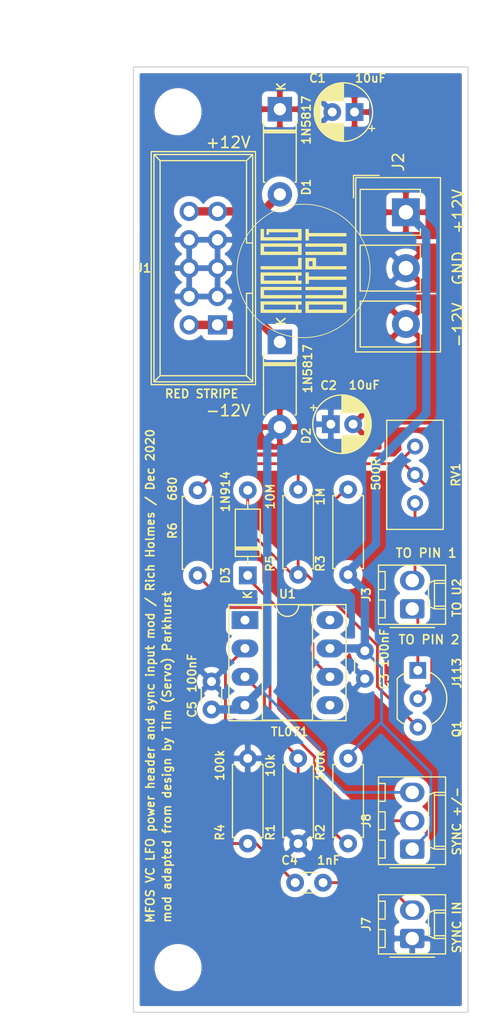
<source format=kicad_pcb>
(kicad_pcb (version 20171130) (host pcbnew 5.1.9-73d0e3b20d~88~ubuntu20.04.1)
  (layers (0 F.Cu signal) (31 B.Cu signal) (34 B.Paste user) (35 F.Paste user) (36 B.SilkS user) (37 F.SilkS user) (38 B.Mask user) (39 F.Mask user) (44 Edge.Cuts user))
  (net 0 "")
  (net 1 GND)
  (net 2 +12V)
  (net 3 -12V)
  (net 4 "Net-(D1-Pad2)")
  (net 5 "Net-(D2-Pad1)")
  (net 6 "Net-(C4-Pad2)")
  (net 7 "Net-(C4-Pad1)")
  (net 8 "Net-(D3-Pad2)")
  (net 9 "Net-(D3-Pad1)")
  (net 10 "Net-(J8-Pad2)")
  (net 11 "Net-(Q1-Pad2)")
  (net 12 "Net-(R1-Pad2)")
  (net 13 "Net-(U1-Pad8)")
  (net 14 "Net-(U1-Pad5)")
  (net 15 "Net-(U1-Pad1)")
  (net 16 /PIN1)
  (net 17 /PIN2)
  (module ao_tht:R_Axial_DIN0207_L6.3mm_D2.5mm_P7.62mm_Horizontal (layer F.Cu) (at 110.52 103.19 90)
    (fp_text reference R5 (at 1 -2.5 90) (layer F.SilkS) (effects (font (size 0.75 0.75))))
    (fp_text value 10M (at 7 -2.5 90) (layer F.SilkS) (effects (font (size 0.75 0.75))))
    (pad 2 thru_hole oval (at 7.62 0 90) (size 1.6 1.6) (drill 0.8) (layers *.Cu *.Mask) (net 11 "Net-(Q1-Pad2)"))
    (pad 1 thru_hole circle (at 0 0 90) (size 1.6 1.6) (drill 0.8) (layers *.Cu *.Mask) (net 8 "Net-(D3-Pad2)"))
  )
  (module ao_tht:R_Axial_DIN0207_L6.3mm_D2.5mm_P7.62mm_Horizontal (layer F.Cu) (at 101.5 95.63 270)
    (fp_text reference R6 (at 3.62 2.25 90) (layer F.SilkS) (effects (font (size 0.75 0.75))))
    (fp_text value 680 (at -0.13 2.25 90) (layer F.SilkS) (effects (font (size 0.75 0.75))))
    (pad 2 thru_hole oval (at 7.62 0 270) (size 1.6 1.6) (drill 0.8) (layers *.Cu *.Mask) (net 10 "Net-(J8-Pad2)"))
    (pad 1 thru_hole circle (at 0 0 270) (size 1.6 1.6) (drill 0.8) (layers *.Cu *.Mask) (net 11 "Net-(Q1-Pad2)"))
  )
  (module ao_tht:Potentiometer_Bourns_3296W_Vertical (layer F.Cu) (at 121 94.25 270)
    (fp_text reference RV1 (at 0 -3.66 90) (layer F.SilkS) (effects (font (size 0.75 0.75))))
    (fp_text value 500R)
    (fp_text user %V (at -0.06 3.5 90) (layer F.SilkS) (effects (font (size 0.75 0.75))))
    (pad 3 thru_hole circle (at -2.54 0 270) (size 1.44 1.44) (drill 0.8) (layers *.Cu *.Mask) (net 11 "Net-(Q1-Pad2)"))
    (pad 2 thru_hole circle (at 0 0 270) (size 1.44 1.44) (drill 0.8) (layers *.Cu *.Mask) (net 11 "Net-(Q1-Pad2)"))
    (pad 1 thru_hole circle (at 2.54 0 270) (size 1.44 1.44) (drill 0.8) (layers *.Cu *.Mask) (net 16 /PIN1))
  )
  (module ao_tht:DIP-8_W7.62mm_Socket_LongPads (layer F.Cu) (at 105.75 107.25)
    (fp_text reference U1 (at 3.81 -2.33) (layer F.SilkS) (effects (font (size 0.75 0.75))))
    (fp_text value TL071)
    (fp_text user %V (at 4 10) (layer F.SilkS) (effects (font (size 0.75 0.75))))
    (pad 8 thru_hole oval (at 7.62 0) (size 2.4 1.6) (drill 0.8) (layers *.Cu *.Mask) (net 13 "Net-(U1-Pad8)"))
    (pad 4 thru_hole oval (at 0 7.62) (size 2.4 1.6) (drill 0.8) (layers *.Cu *.Mask) (net 3 -12V))
    (pad 7 thru_hole oval (at 7.62 2.54) (size 2.4 1.6) (drill 0.8) (layers *.Cu *.Mask) (net 2 +12V))
    (pad 3 thru_hole oval (at 0 5.08) (size 2.4 1.6) (drill 0.8) (layers *.Cu *.Mask) (net 12 "Net-(R1-Pad2)"))
    (pad 6 thru_hole oval (at 7.62 5.08) (size 2.4 1.6) (drill 0.8) (layers *.Cu *.Mask) (net 9 "Net-(D3-Pad1)"))
    (pad 2 thru_hole oval (at 0 2.54) (size 2.4 1.6) (drill 0.8) (layers *.Cu *.Mask) (net 7 "Net-(C4-Pad1)"))
    (pad 5 thru_hole oval (at 7.62 7.62) (size 2.4 1.6) (drill 0.8) (layers *.Cu *.Mask) (net 14 "Net-(U1-Pad5)"))
    (pad 1 thru_hole rect (at 0 0) (size 2.4 1.6) (drill 0.8) (layers *.Cu *.Mask) (net 15 "Net-(U1-Pad1)"))
  )
  (module MountingHole:MountingHole_3.2mm_M3 (layer F.Cu) (at 99.75 138.35)
    (fp_text reference REF** hide)
    (fp_text value MountingHole_3.2mm_M3)
    (pad 1 np_thru_hole circle (at 0 0) (size 3.2 3.2) (drill 3.2) (layers *.Cu *.Mask))
  )
  (module ao_tht:C_Disc_D3.0mm_W1.6mm_P2.50mm (layer F.Cu) (at 116.5 112.5 90)
    (fp_text reference C3 (at -0.25 1.75 90) (layer F.SilkS) (effects (font (size 0.75 0.75))))
    (fp_text value 100nF)
    (fp_text user %V (at 2.75 1.75 90) (layer F.SilkS) (effects (font (size 0.75 0.75))))
    (pad 1 thru_hole circle (at 0 0 90) (size 1.6 1.6) (drill 0.8) (layers *.Cu *.Mask) (net 1 GND))
    (pad 2 thru_hole circle (at 2.5 0 90) (size 1.6 1.6) (drill 0.8) (layers *.Cu *.Mask) (net 2 +12V))
  )
  (module ao_tht:Power_Header (layer F.Cu) (at 103.29 80.83 180)
    (fp_text reference J1 (at 6.604 5.08) (layer F.SilkS) (effects (font (size 0.75 0.75))))
    (fp_text value Synth_power_2x5)
    (fp_text user -12V (at -0.96 -7.67 180) (layer F.SilkS))
    (fp_text user +12V (at -0.96 16.33) (layer F.SilkS))
    (pad 10 thru_hole oval (at 2.54 10.16 180) (size 1.7272 1.7272) (drill 1.016) (layers *.Cu *.Mask) (net 4 "Net-(D1-Pad2)"))
    (pad 9 thru_hole oval (at 0 10.16 180) (size 1.7272 1.7272) (drill 1.016) (layers *.Cu *.Mask) (net 4 "Net-(D1-Pad2)"))
    (pad 8 thru_hole oval (at 2.54 7.62 180) (size 1.7272 1.7272) (drill 1.016) (layers *.Cu *.Mask) (net 1 GND))
    (pad 7 thru_hole oval (at 0 7.62 180) (size 1.7272 1.7272) (drill 1.016) (layers *.Cu *.Mask) (net 1 GND))
    (pad 6 thru_hole oval (at 2.54 5.08 180) (size 1.7272 1.7272) (drill 1.016) (layers *.Cu *.Mask) (net 1 GND))
    (pad 5 thru_hole oval (at 0 5.08 180) (size 1.7272 1.7272) (drill 1.016) (layers *.Cu *.Mask) (net 1 GND))
    (pad 4 thru_hole oval (at 2.54 2.54 180) (size 1.7272 1.7272) (drill 1.016) (layers *.Cu *.Mask) (net 1 GND))
    (pad 3 thru_hole oval (at 0 2.54 180) (size 1.7272 1.7272) (drill 1.016) (layers *.Cu *.Mask) (net 1 GND))
    (pad 2 thru_hole oval (at 2.54 0 180) (size 1.7272 1.7272) (drill 1.016) (layers *.Cu *.Mask) (net 5 "Net-(D2-Pad1)"))
    (pad 1 thru_hole rect (at 0 0 180) (size 1.7272 1.7272) (drill 1.016) (layers *.Cu *.Mask) (net 5 "Net-(D2-Pad1)"))
  )
  (module ao_tht:TO-92_Inline_Wide (layer F.Cu) (at 121.25 111.75 270)
    (fp_text reference Q1 (at 5.25 -3.5 90) (layer F.SilkS) (effects (font (size 0.75 0.75))))
    (fp_text value J113)
    (fp_text user %V (at 0.25 -3.5 90) (layer F.SilkS) (effects (font (size 0.75 0.75))))
    (pad 1 thru_hole rect (at 0 0) (size 1.5 1.5) (drill 0.8) (layers *.Cu *.Mask) (net 17 /PIN2))
    (pad 3 thru_hole circle (at 5.08 0) (size 1.5 1.5) (drill 0.8) (layers *.Cu *.Mask) (net 8 "Net-(D3-Pad2)"))
    (pad 2 thru_hole circle (at 2.54 0) (size 1.5 1.5) (drill 0.8) (layers *.Cu *.Mask) (net 11 "Net-(Q1-Pad2)"))
  )
  (module ao_tht:CP_Radial_D5.0mm_P2.00mm (layer F.Cu) (at 113.45 89.72)
    (fp_text reference C2 (at -0.2 -3.47) (layer F.SilkS) (effects (font (size 0.75 0.75))))
    (fp_text value 10uF)
    (fp_text user %V (at 3 -3.5) (layer F.SilkS) (effects (font (size 0.75 0.75))))
    (pad 2 thru_hole circle (at 2 0) (size 1.6 1.6) (drill 0.8) (layers *.Cu *.Mask) (net 3 -12V))
    (pad 1 thru_hole rect (at 0 0) (size 1.6 1.6) (drill 0.8) (layers *.Cu *.Mask) (net 1 GND))
  )
  (module ao_tht:R_Axial_DIN0207_L6.3mm_D2.5mm_P7.62mm_Horizontal (layer F.Cu) (at 110.52 127.25 90)
    (fp_text reference R1 (at 1 -2.5 90) (layer F.SilkS) (effects (font (size 0.75 0.75))))
    (fp_text value 10k (at 7 -2.5 90) (layer F.SilkS) (effects (font (size 0.75 0.75))))
    (pad 2 thru_hole oval (at 7.62 0 90) (size 1.6 1.6) (drill 0.8) (layers *.Cu *.Mask) (net 12 "Net-(R1-Pad2)"))
    (pad 1 thru_hole circle (at 0 0 90) (size 1.6 1.6) (drill 0.8) (layers *.Cu *.Mask) (net 1 GND))
  )
  (module ao_tht:R_Axial_DIN0207_L6.3mm_D2.5mm_P7.62mm_Horizontal (layer F.Cu) (at 115 127.25 90)
    (fp_text reference R2 (at 1 -2.5 90) (layer F.SilkS) (effects (font (size 0.75 0.75))))
    (fp_text value 100k (at 7 -2.5 90) (layer F.SilkS) (effects (font (size 0.75 0.75))))
    (pad 2 thru_hole oval (at 7.62 0 90) (size 1.6 1.6) (drill 0.8) (layers *.Cu *.Mask) (net 2 +12V))
    (pad 1 thru_hole circle (at 0 0 90) (size 1.6 1.6) (drill 0.8) (layers *.Cu *.Mask) (net 12 "Net-(R1-Pad2)"))
  )
  (module MountingHole:MountingHole_3.2mm_M3 (layer F.Cu) (at 99.75 61.75)
    (fp_text reference REF** hide)
    (fp_text value MountingHole_3.2mm_M3)
    (pad 1 np_thru_hole circle (at 0 0) (size 3.2 3.2) (drill 3.2) (layers *.Cu *.Mask))
  )
  (module ao_tht:TerminalBlock_Degson_DG301_1x03_P5.00mm_Vertical (layer F.Cu) (at 120.181 75.75 270)
    (fp_text reference J2 (at -9.5 0.681 90) (layer F.SilkS))
    (fp_text value Screw_Terminal_01x03)
    (pad 3 thru_hole circle (at 5 0 270) (size 2.5 2.5) (drill 1.3) (layers *.Cu *.Mask) (net 3 -12V))
    (pad 2 thru_hole circle (at 0 0 270) (size 2.5 2.5) (drill 1.3) (layers *.Cu *.Mask) (net 1 GND))
    (pad 1 thru_hole rect (at -5 0 270) (size 2.5 2.5) (drill 1.3) (layers *.Cu *.Mask) (net 2 +12V))
  )
  (module ao_tht:D_DO-41_SOD81_P7.62mm_Horizontal (layer F.Cu) (at 108.878 61.526 270)
    (fp_text reference D1 (at 6.974 -2.372 90) (layer F.SilkS) (effects (font (size 0.75 0.75))))
    (fp_text value 1N5817)
    (fp_text user K (at -2.026 -0.122 90) (layer F.SilkS) (effects (font (size 0.75 0.75))))
    (fp_text user %V (at 0.974 -2.372 90) (layer F.SilkS) (effects (font (size 0.75 0.75))))
    (pad 2 thru_hole oval (at 7.62 0 270) (size 2.2 2.2) (drill 1.1) (layers *.Cu *.Mask) (net 4 "Net-(D1-Pad2)"))
    (pad 1 thru_hole rect (at 0 0 270) (size 2.2 2.2) (drill 1.1) (layers *.Cu *.Mask) (net 2 +12V))
  )
  (module ao_tht:D_DO-41_SOD81_P7.62mm_Horizontal (layer F.Cu) (at 108.878 82.354 270)
    (fp_text reference D2 (at 8.396 -2.372 90) (layer F.SilkS) (effects (font (size 0.75 0.75))))
    (fp_text value 1N5817)
    (fp_text user K (at -1.854 -0.122 90) (layer F.SilkS) (effects (font (size 0.75 0.75))))
    (fp_text user %V (at 2.396 -2.5 90) (layer F.SilkS) (effects (font (size 0.75 0.75))))
    (pad 2 thru_hole oval (at 7.62 0 270) (size 2.2 2.2) (drill 1.1) (layers *.Cu *.Mask) (net 3 -12V))
    (pad 1 thru_hole rect (at 0 0 270) (size 2.2 2.2) (drill 1.1) (layers *.Cu *.Mask) (net 5 "Net-(D2-Pad1)"))
  )
  (module ao_tht:R_Axial_DIN0207_L6.3mm_D2.5mm_P7.62mm_Horizontal (layer F.Cu) (at 115 103.19 90)
    (fp_text reference R3 (at 1 -2.5 90) (layer F.SilkS) (effects (font (size 0.75 0.75))))
    (fp_text value 1M (at 7 -2.5 90) (layer F.SilkS) (effects (font (size 0.75 0.75))))
    (pad 2 thru_hole oval (at 7.62 0 90) (size 1.6 1.6) (drill 0.8) (layers *.Cu *.Mask) (net 8 "Net-(D3-Pad2)"))
    (pad 1 thru_hole circle (at 0 0 90) (size 1.6 1.6) (drill 0.8) (layers *.Cu *.Mask) (net 2 +12V))
  )
  (module ao_tht:C_Disc_D3.0mm_W1.6mm_P2.50mm (layer F.Cu) (at 102.75 112.75 270)
    (fp_text reference C5 (at 2.5 1.75 90) (layer F.SilkS) (effects (font (size 0.75 0.75))))
    (fp_text value 100nF)
    (fp_text user %V (at -0.75 1.75 90) (layer F.SilkS) (effects (font (size 0.75 0.75))))
    (pad 2 thru_hole circle (at 2.5 0 270) (size 1.6 1.6) (drill 0.8) (layers *.Cu *.Mask) (net 3 -12V))
    (pad 1 thru_hole circle (at 0 0 270) (size 1.6 1.6) (drill 0.8) (layers *.Cu *.Mask) (net 1 GND))
  )
  (module ao_tht:C_Disc_D3.0mm_W1.6mm_P2.50mm (layer F.Cu) (at 110.25 130.75)
    (fp_text reference C4 (at -0.5 -2) (layer F.SilkS) (effects (font (size 0.75 0.75))))
    (fp_text value 1nF)
    (fp_text user %V (at 3 -2) (layer F.SilkS) (effects (font (size 0.75 0.75))))
    (pad 2 thru_hole circle (at 2.5 0) (size 1.6 1.6) (drill 0.8) (layers *.Cu *.Mask) (net 6 "Net-(C4-Pad2)"))
    (pad 1 thru_hole circle (at 0 0) (size 1.6 1.6) (drill 0.8) (layers *.Cu *.Mask) (net 7 "Net-(C4-Pad1)"))
  )
  (module ao_tht:CP_Radial_D5.0mm_P2.00mm (layer F.Cu) (at 115.577 61.78 180)
    (fp_text reference C1 (at 3.327 3.03) (layer F.SilkS) (effects (font (size 0.75 0.75))))
    (fp_text value 10uF)
    (fp_text user %V (at -1.423 3.03) (layer F.SilkS) (effects (font (size 0.75 0.75))))
    (pad 2 thru_hole circle (at 2 0 180) (size 1.6 1.6) (drill 0.8) (layers *.Cu *.Mask) (net 1 GND))
    (pad 1 thru_hole rect (at 0 0 180) (size 1.6 1.6) (drill 0.8) (layers *.Cu *.Mask) (net 2 +12V))
  )
  (module ao_tht:Molex_KK-254_AE-6410-02A_1x02_P2.54mm_Vertical (layer F.Cu) (at 120.75 106.25 90)
    (fp_text reference J3 (at 1.27 -4.12 90) (layer F.SilkS) (effects (font (size 0.75 0.75))))
    (fp_text value "2 pin Molex header")
    (fp_text user "TO U2" (at 1 4 90) (layer F.SilkS) (effects (font (size 0.75 0.75))))
    (pad 2 thru_hole oval (at 2.54 0 90) (size 1.74 2.2) (drill 1.2) (layers *.Cu *.Mask) (net 16 /PIN1))
    (pad 1 thru_hole roundrect (at 0 0 90) (size 1.74 2.2) (drill 1.2) (layers *.Cu *.Mask) (roundrect_rratio 0.1436775862068966) (net 17 /PIN2))
  )
  (module ao_tht:D_DO-35_SOD27_P7.62mm_Horizontal (layer F.Cu) (at 106 103.25 90)
    (fp_text reference D3 (at 0 -2 90) (layer F.SilkS) (effects (font (size 0.75 0.75))))
    (fp_text value 1N914)
    (fp_text user K (at -1.75 0 90) (layer F.SilkS) (effects (font (size 0.75 0.75))))
    (fp_text user %V (at 7.5 -2 90) (layer F.SilkS) (effects (font (size 0.75 0.75))))
    (pad 2 thru_hole oval (at 7.62 0 90) (size 1.6 1.6) (drill 0.8) (layers *.Cu *.Mask) (net 8 "Net-(D3-Pad2)"))
    (pad 1 thru_hole rect (at 0 0 90) (size 1.6 1.6) (drill 0.8) (layers *.Cu *.Mask) (net 9 "Net-(D3-Pad1)"))
  )
  (module ao_tht:R_Axial_DIN0207_L6.3mm_D2.5mm_P7.62mm_Horizontal (layer F.Cu) (at 106 127.25 90)
    (fp_text reference R4 (at 1 -2.5 90) (layer F.SilkS) (effects (font (size 0.75 0.75))))
    (fp_text value 100k (at 7 -2.5 90) (layer F.SilkS) (effects (font (size 0.75 0.75))))
    (pad 2 thru_hole oval (at 7.62 0 90) (size 1.6 1.6) (drill 0.8) (layers *.Cu *.Mask) (net 1 GND))
    (pad 1 thru_hole circle (at 0 0 90) (size 1.6 1.6) (drill 0.8) (layers *.Cu *.Mask) (net 7 "Net-(C4-Pad1)"))
  )
  (module ao_tht:analogoutput_12mm (layer F.Cu) (at 111 76 90)
    (fp_text reference G*** hide)
    (fp_text value LOGO hide)
  )
  (module ao_tht:Molex_KK-254_AE-6410-02A_1x02_P2.54mm_Vertical (layer F.Cu) (at 120.75 135.75 90)
    (fp_text reference J7 (at 1.27 -4.12 90) (layer F.SilkS) (effects (font (size 0.75 0.75))))
    (fp_text value "2 pin Molex header")
    (fp_text user "SYNC IN" (at 1 4 90) (layer F.SilkS) (effects (font (size 0.75 0.75))))
    (pad 2 thru_hole oval (at 2.54 0 90) (size 1.74 2.2) (drill 1.2) (layers *.Cu *.Mask) (net 6 "Net-(C4-Pad2)"))
    (pad 1 thru_hole roundrect (at 0 0 90) (size 1.74 2.2) (drill 1.2) (layers *.Cu *.Mask) (roundrect_rratio 0.1436775862068966) (net 1 GND))
  )
  (module ao_tht:Molex_KK-254_AE-6410-03A_1x03_P2.54mm_Vertical (layer F.Cu) (at 120.75 127.75 90)
    (fp_text reference J8 (at 2.54 -4.12 90) (layer F.SilkS) (effects (font (size 0.75 0.75))))
    (fp_text value "3 pin Molex header")
    (fp_text user "SYNC +/-" (at 2.5 4 90) (layer F.SilkS) (effects (font (size 0.75 0.75))))
    (pad 3 thru_hole oval (at 5.08 0 90) (size 1.74 2.2) (drill 1.2) (layers *.Cu *.Mask) (net 3 -12V))
    (pad 2 thru_hole oval (at 2.54 0 90) (size 1.74 2.2) (drill 1.2) (layers *.Cu *.Mask) (net 10 "Net-(J8-Pad2)"))
    (pad 1 thru_hole roundrect (at 0 0 90) (size 1.74 2.2) (drill 1.2) (layers *.Cu *.Mask) (roundrect_rratio 0.1436775862068966) (net 2 +12V))
  )
  (gr_line (start 95.75 142.35) (end 95.75 57.75) (layer Edge.Cuts) (width 0.1))
  (gr_line (start 125.75 142.35) (end 95.75 142.35) (layer Edge.Cuts) (width 0.1))
  (gr_line (start 125.75 57.75) (end 125.75 142.35) (layer Edge.Cuts) (width 0.1))
  (gr_line (start 95.75 57.75) (end 125.75 57.75) (layer Edge.Cuts) (width 0.1))
  (gr_text "mod adapted from design by Tim (Servo) Parkhurst" (at 98.75 119.5 90) (layer F.SilkS) (effects (font (size 0.75 0.75))))
  (gr_text "MFOS VC LFO power header and sync input mod / Rich Holmes / Dec 2020" (at 97.25 112.25 90) (layer F.SilkS) (effects (font (size 0.75 0.75))))
  (gr_text "TO PIN 1" (at 122 101.25) (layer F.SilkS) (effects (font (size 0.8 0.8))))
  (gr_text "TO PIN 2" (at 122.25 109) (layer F.SilkS) (effects (font (size 0.8 0.8))))
  (gr_text "RED STRIPE" (at 105.25 87) (layer F.SilkS) (effects (font (size 0.75 0.75)) (justify right)))
  (gr_text GND (at 124.88 75.75 90) (layer F.SilkS) (effects (font (size 1 1))))
  (gr_text -12V (at 124.88 80.83 90) (layer F.SilkS) (effects (font (size 1 1))))
  (gr_text +12V (at 124.88 70.67 90) (layer F.SilkS) (effects (font (size 1 1))))
  (segment (start 122.006001 72.756001) (end 122.006001 88.743999) (width 0.75) (layer B.Cu) (net 2))
  (segment (start 116.29 109.79) (end 116.5 110) (width 0.75) (layer B.Cu) (net 2))
  (segment (start 116.5 110) (end 118 111.5) (width 0.25) (layer B.Cu) (net 2))
  (segment (start 118 111.5) (end 118 116.38) (width 0.25) (layer B.Cu) (net 2))
  (segment (start 118 116.38) (end 115 119.38) (width 0.25) (layer B.Cu) (net 2))
  (segment (start 115 119.38) (end 115 119.63) (width 0.25) (layer B.Cu) (net 2))
  (segment (start 115 103.19) (end 116.5 104.69) (width 0.75) (layer B.Cu) (net 2))
  (segment (start 116.5 104.69) (end 116.5 110) (width 0.75) (layer B.Cu) (net 2))
  (segment (start 120.181 70.75) (end 122.006001 72.575001) (width 0.75) (layer B.Cu) (net 2))
  (segment (start 117.5 93.25) (end 117.5 100.44) (width 0.75) (layer B.Cu) (net 2))
  (segment (start 117.5 100.44) (end 115 102.94) (width 0.75) (layer B.Cu) (net 2))
  (segment (start 115 102.94) (end 115 103.19) (width 0.75) (layer B.Cu) (net 2))
  (segment (start 122.006001 88.743999) (end 117.5 93.25) (width 0.75) (layer B.Cu) (net 2))
  (segment (start 122 72.75) (end 122.006001 72.756001) (width 0.75) (layer B.Cu) (net 2))
  (segment (start 120.75 127.75) (end 122.42501 126.07499) (width 0.25) (layer B.Cu) (net 2))
  (segment (start 122.42501 126.07499) (end 122.42501 120.92501) (width 0.25) (layer B.Cu) (net 2))
  (segment (start 122.42501 120.92501) (end 118 116.5) (width 0.25) (layer B.Cu) (net 2))
  (segment (start 118 116.5) (end 118 116.25) (width 0.25) (layer B.Cu) (net 2))
  (segment (start 113.37 109.79) (end 116.29 109.79) (width 0.75) (layer B.Cu) (net 2))
  (segment (start 107.75 91.25) (end 107.75 112.87) (width 0.75) (layer B.Cu) (net 3))
  (segment (start 120.75 122.67) (end 114.67 122.67) (width 0.25) (layer B.Cu) (net 3))
  (segment (start 112.5 120.5) (end 112.5 118.795002) (width 0.25) (layer B.Cu) (net 3))
  (segment (start 114.67 122.67) (end 112.5 120.5) (width 0.25) (layer B.Cu) (net 3))
  (segment (start 112.5 118.795002) (end 107.31 113.605002) (width 0.25) (layer B.Cu) (net 3))
  (segment (start 107.31 113.605002) (end 107.31 113.31) (width 0.25) (layer B.Cu) (net 3))
  (segment (start 107.31 113.31) (end 105.75 114.87) (width 0.75) (layer B.Cu) (net 3))
  (segment (start 108.878 89.974) (end 107.75 91.102) (width 0.75) (layer B.Cu) (net 3))
  (segment (start 102.75 115.25) (end 105.37 115.25) (width 0.75) (layer B.Cu) (net 3))
  (segment (start 105.37 115.25) (end 105.75 114.87) (width 0.75) (layer B.Cu) (net 3))
  (segment (start 107.75 112.87) (end 107.31 113.31) (width 0.75) (layer B.Cu) (net 3))
  (segment (start 103.29 70.67) (end 107.354 70.67) (width 0.75) (layer F.Cu) (net 4))
  (segment (start 107.354 70.67) (end 108.878 69.146) (width 0.75) (layer F.Cu) (net 4))
  (segment (start 100.75 70.67) (end 103.29 70.67) (width 0.75) (layer F.Cu) (net 4))
  (segment (start 107.354 80.83) (end 108.878 82.354) (width 0.75) (layer F.Cu) (net 5))
  (segment (start 100.75 80.83) (end 103.29 80.83) (width 0.75) (layer F.Cu) (net 5))
  (segment (start 103.29 80.83) (end 107.354 80.83) (width 0.75) (layer F.Cu) (net 5))
  (segment (start 112.75 130.75) (end 118.29 130.75) (width 0.25) (layer F.Cu) (net 6))
  (segment (start 118.29 130.75) (end 120.75 133.21) (width 0.25) (layer F.Cu) (net 6))
  (segment (start 105.75 109.79) (end 104 111.54) (width 0.25) (layer F.Cu) (net 7))
  (segment (start 104.75 127.25) (end 106.75 127.25) (width 0.25) (layer F.Cu) (net 7))
  (segment (start 104 111.54) (end 104 126.5) (width 0.25) (layer F.Cu) (net 7))
  (segment (start 106.75 127.25) (end 110.25 130.75) (width 0.25) (layer F.Cu) (net 7))
  (segment (start 104 126.5) (end 104.75 127.25) (width 0.25) (layer F.Cu) (net 7))
  (segment (start 110.52 103.19) (end 110.52 99.8) (width 0.25) (layer F.Cu) (net 8))
  (segment (start 114.75 95.57) (end 115 95.57) (width 0.25) (layer F.Cu) (net 8))
  (segment (start 110.52 99.8) (end 114.75 95.57) (width 0.25) (layer F.Cu) (net 8))
  (segment (start 121.25 116.83) (end 117.625001 113.205001) (width 0.25) (layer F.Cu) (net 8))
  (segment (start 117.625001 113.205001) (end 117.625001 109.513997) (width 0.25) (layer F.Cu) (net 8))
  (segment (start 117.625001 109.513997) (end 111.301004 103.19) (width 0.25) (layer F.Cu) (net 8))
  (segment (start 111.301004 103.19) (end 110.52 103.19) (width 0.25) (layer F.Cu) (net 8))
  (segment (start 106 95.63) (end 106 99.17) (width 0.25) (layer F.Cu) (net 8))
  (segment (start 106 99.17) (end 110.02 103.19) (width 0.25) (layer F.Cu) (net 8))
  (segment (start 110.02 103.19) (end 110.52 103.19) (width 0.25) (layer F.Cu) (net 8))
  (segment (start 113.37 112.33) (end 111.84499 110.80499) (width 0.25) (layer F.Cu) (net 9))
  (segment (start 111.84499 110.80499) (end 111.84499 109.34499) (width 0.25) (layer F.Cu) (net 9))
  (segment (start 111.84499 109.34499) (end 106 103.5) (width 0.25) (layer F.Cu) (net 9))
  (segment (start 106 103.5) (end 106 103.25) (width 0.25) (layer F.Cu) (net 9))
  (segment (start 101.5 103.25) (end 104.374999 106.124999) (width 0.25) (layer F.Cu) (net 10))
  (segment (start 104.374999 106.124999) (end 107.210001 106.124999) (width 0.25) (layer F.Cu) (net 10))
  (segment (start 107.210001 106.124999) (end 108 106.914998) (width 0.25) (layer F.Cu) (net 10))
  (segment (start 108 106.914998) (end 108 115.5) (width 0.25) (layer F.Cu) (net 10))
  (segment (start 108 115.5) (end 112 119.5) (width 0.25) (layer F.Cu) (net 10))
  (segment (start 112 119.5) (end 112 121) (width 0.25) (layer F.Cu) (net 10))
  (segment (start 112 121) (end 116.21 125.21) (width 0.25) (layer F.Cu) (net 10))
  (segment (start 116.21 125.21) (end 120.75 125.21) (width 0.25) (layer F.Cu) (net 10))
  (segment (start 110.52 95.57) (end 110.52 93.25) (width 0.25) (layer F.Cu) (net 11))
  (segment (start 110.52 93.25) (end 110 93.25) (width 0.25) (layer F.Cu) (net 11))
  (segment (start 101.5 95.63) (end 103.88 93.25) (width 0.25) (layer F.Cu) (net 11))
  (segment (start 103.88 93.25) (end 110 93.25) (width 0.25) (layer F.Cu) (net 11))
  (segment (start 121 94.25) (end 122.5 95.75) (width 0.25) (layer F.Cu) (net 11))
  (segment (start 122.5 95.75) (end 122.5 113.04) (width 0.25) (layer F.Cu) (net 11))
  (segment (start 122.5 113.04) (end 121.25 114.29) (width 0.25) (layer F.Cu) (net 11))
  (segment (start 119.46 93.25) (end 120 93.25) (width 0.25) (layer F.Cu) (net 11))
  (segment (start 120 93.25) (end 121 94.25) (width 0.25) (layer F.Cu) (net 11))
  (segment (start 110 93.25) (end 119.46 93.25) (width 0.25) (layer F.Cu) (net 11))
  (segment (start 119.46 93.25) (end 121 91.71) (width 0.25) (layer F.Cu) (net 11))
  (segment (start 105.75 112.33) (end 107.5 114.08) (width 0.25) (layer F.Cu) (net 12))
  (segment (start 107.5 114.08) (end 107.5 116.5) (width 0.25) (layer F.Cu) (net 12))
  (segment (start 107.5 116.5) (end 110.52 119.52) (width 0.25) (layer F.Cu) (net 12))
  (segment (start 110.52 119.52) (end 110.52 119.63) (width 0.25) (layer F.Cu) (net 12))
  (segment (start 114.75 127.25) (end 115 127.25) (width 0.25) (layer F.Cu) (net 12))
  (segment (start 110.52 119.63) (end 110.52 123.02) (width 0.25) (layer F.Cu) (net 12))
  (segment (start 110.52 123.02) (end 114.75 127.25) (width 0.25) (layer F.Cu) (net 12))
  (segment (start 121 96.79) (end 121 103.46) (width 0.25) (layer F.Cu) (net 16))
  (segment (start 121 103.46) (end 120.75 103.71) (width 0.25) (layer F.Cu) (net 16))
  (segment (start 121.25 111.75) (end 121.25 106.75) (width 0.25) (layer F.Cu) (net 17))
  (segment (start 121.25 106.75) (end 120.75 106.25) (width 0.25) (layer F.Cu) (net 17))
  (zone (net 1) (net_name GND) (layer B.Cu) (connect_pads (clearance 0.508)) (min_thickness 0.254) (fill yes (arc_segments 32) (thermal_gap 0.508) (thermal_bridge_width 0.508))
    (polygon (pts (xy 126.75 143.25) (xy 94.75 143.25) (xy 94.75 56.69) (xy 126.75 56.75)))
  )
  (zone (net 1) (net_name GND) (layer F.Cu) (connect_pads (clearance 0.508)) (min_thickness 0.254) (fill yes (arc_segments 32) (thermal_gap 0.508) (thermal_bridge_width 0.508))
    (polygon (pts (xy 115.35 73.55) (xy 126.75 73.55) (xy 126.75 77.95) (xy 115.35 77.95) (xy 114.15 79.15) (xy 94.75 79.15) (xy 94.75 72.35) (xy 114.15 72.35)))
  )
  (zone (net 2) (net_name +12V) (layer F.Cu) (connect_pads (clearance 0.508)) (min_thickness 0.254) (fill yes (arc_segments 32) (thermal_gap 0.508) (thermal_bridge_width 0.508))
    (polygon (pts (xy 126.75 73.15) (xy 115.55 73.15) (xy 114.35 71.95) (xy 94.75 71.94) (xy 94.75 56.75) (xy 126.75 56.75)))
  )
  (zone (net 3) (net_name -12V) (layer F.Cu) (connect_pads (clearance 0.508)) (min_thickness 0.254) (fill yes (arc_segments 32) (thermal_gap 0.508) (thermal_bridge_width 0.508))
    (polygon (pts (xy 126.7 89.75) (xy 118 89.75) (xy 118 92) (xy 94.7 92) (xy 94.703943 79.3) (xy 114.303943 79.3) (xy 115.503943 78.1) (xy 126.7 78.105)))
  )
  (zone (net 1) (net_name GND) (layer F.Cu) (connect_pads (clearance 0.508)) (min_thickness 0.254) (fill yes (arc_segments 32) (thermal_gap 0.508) (thermal_bridge_width 0.508))
    (polygon (pts (xy 126.75 143.25) (xy 94.75 143.25) (xy 94.75 92.25) (xy 118.25 92.25) (xy 118.25 90) (xy 126.75 90)))
  )
)
</source>
